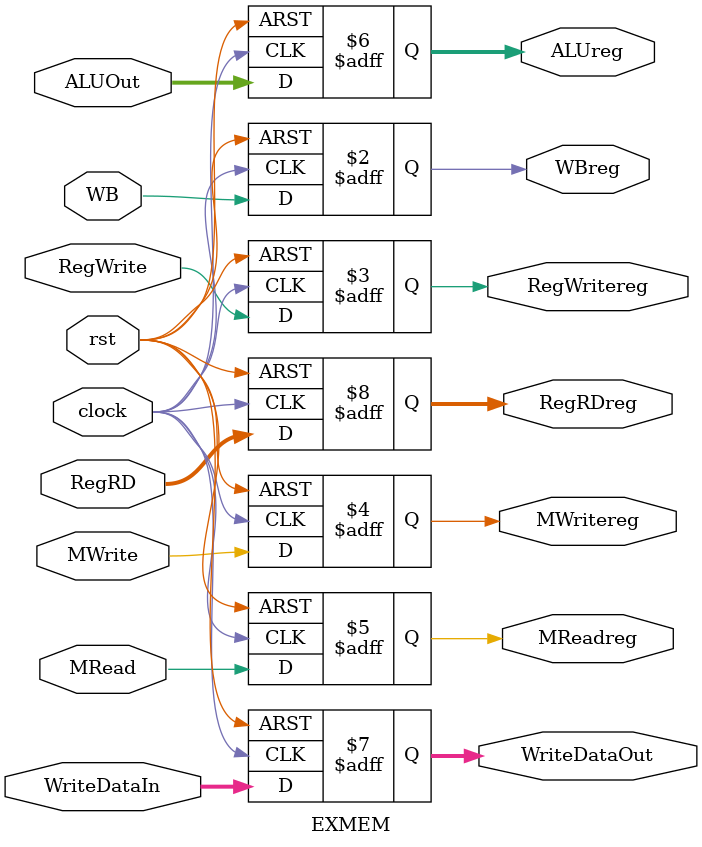
<source format=v>
module EXMEM(clock, rst, WB, RegWrite, RegWritereg,MRead, MWrite,ALUOut,RegRD,WriteDataIn,MWritereg,MReadreg,WBreg,ALUreg,RegRDreg,WriteDataOut); 
    input clock, rst; 
    input WB, RegWrite; 
    input MRead, MWrite; 
    input [4:0] RegRD; 
    input [31:0] ALUOut,WriteDataIn; 
    
    output reg WBreg,RegWritereg; 
    output reg MWritereg, MReadreg ; 
    output reg[31:0] ALUreg,WriteDataOut; 
    output reg[4:0] RegRDreg; 

    always@(posedge clock, posedge rst) 
    if (rst)
    begin
        WBreg <= 0; 
        RegWritereg <= 0;         
        MReadreg <= 0;
        MWritereg <= 0;
        ALUreg <= 0; 
        RegRDreg <= 0; 
        WriteDataOut <= 0; 
    end
    else
    begin 
        WBreg <= WB; 
        RegWritereg <= RegWrite;
        MReadreg <= MRead;
        MWritereg <= MWrite;
        ALUreg <= ALUOut; 
        RegRDreg <= RegRD; 
        WriteDataOut <= WriteDataIn; 
    end 
 
endmodule 
</source>
